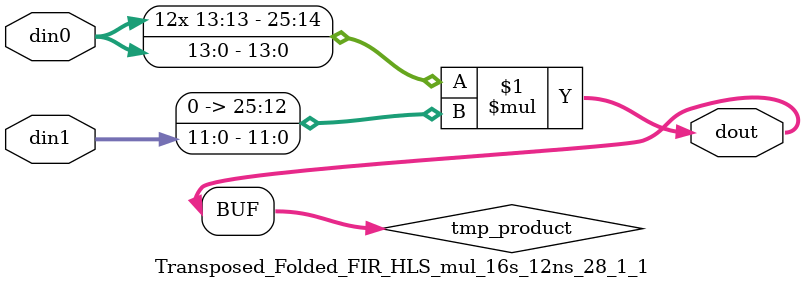
<source format=v>

`timescale 1 ns / 1 ps

 module Transposed_Folded_FIR_HLS_mul_16s_12ns_28_1_1(din0, din1, dout);
parameter ID = 1;
parameter NUM_STAGE = 0;
parameter din0_WIDTH = 14;
parameter din1_WIDTH = 12;
parameter dout_WIDTH = 26;

input [din0_WIDTH - 1 : 0] din0; 
input [din1_WIDTH - 1 : 0] din1; 
output [dout_WIDTH - 1 : 0] dout;

wire signed [dout_WIDTH - 1 : 0] tmp_product;


























assign tmp_product = $signed(din0) * $signed({1'b0, din1});









assign dout = tmp_product;





















endmodule

</source>
